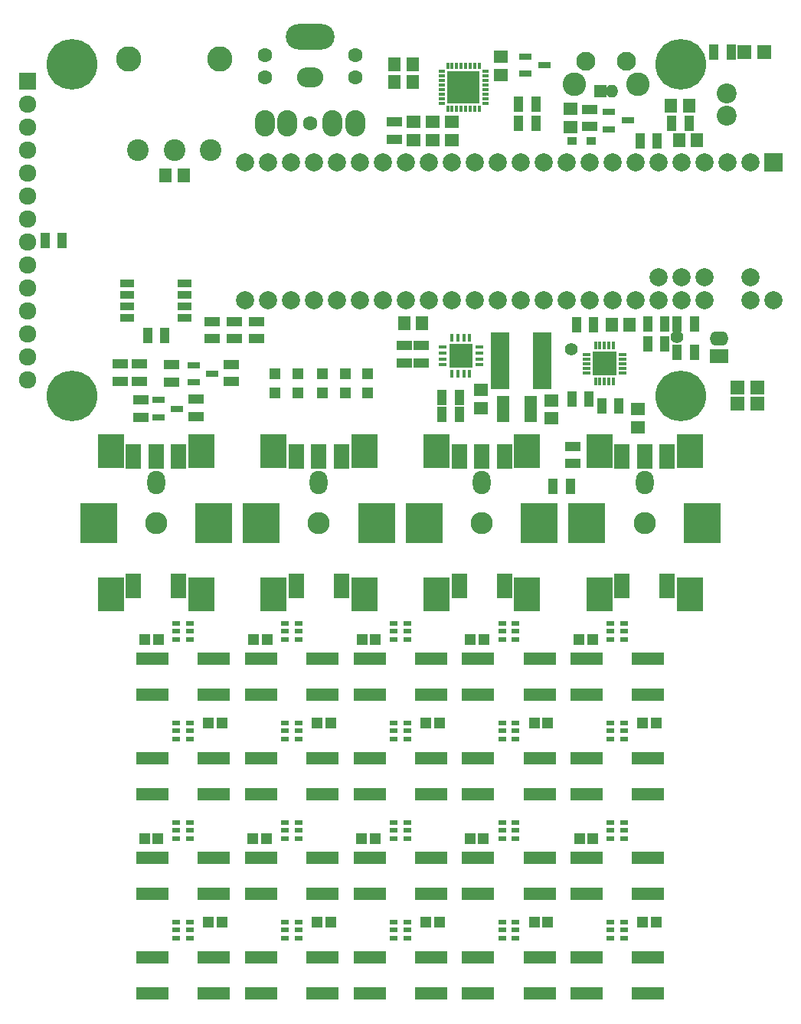
<source format=gbr>
G04 #@! TF.GenerationSoftware,KiCad,Pcbnew,(5.0.0-3-g5ebb6b6)*
G04 #@! TF.CreationDate,2018-10-18T19:01:18-06:00*
G04 #@! TF.ProjectId,teensy_beats,7465656E73795F62656174732E6B6963,rev?*
G04 #@! TF.SameCoordinates,Original*
G04 #@! TF.FileFunction,Soldermask,Top*
G04 #@! TF.FilePolarity,Negative*
%FSLAX46Y46*%
G04 Gerber Fmt 4.6, Leading zero omitted, Abs format (unit mm)*
G04 Created by KiCad (PCBNEW (5.0.0-3-g5ebb6b6)) date Thursday, October 18, 2018 at 07:01:18 PM*
%MOMM*%
%LPD*%
G01*
G04 APERTURE LIST*
%ADD10C,0.100000*%
%ADD11O,1.400000X1.400000*%
%ADD12R,1.400000X1.400000*%
%ADD13C,5.600000*%
%ADD14R,1.924000X1.924000*%
%ADD15C,1.924000*%
%ADD16C,2.000000*%
%ADD17R,2.000000X2.000000*%
%ADD18C,1.400000*%
%ADD19R,1.650000X1.400000*%
%ADD20R,1.400000X1.650000*%
%ADD21R,1.400000X2.900000*%
%ADD22R,1.100000X1.700000*%
%ADD23R,1.700000X1.100000*%
%ADD24R,1.440000X0.740000*%
%ADD25R,1.200000X1.150000*%
%ADD26O,2.100000X1.600000*%
%ADD27R,2.100000X1.600000*%
%ADD28R,1.350000X1.350000*%
%ADD29R,0.450000X0.900000*%
%ADD30R,0.900000X0.450000*%
%ADD31R,0.830000X0.400000*%
%ADD32R,0.400000X0.830000*%
%ADD33R,1.825000X1.825000*%
%ADD34R,0.800000X0.350000*%
%ADD35R,0.350000X0.800000*%
%ADD36R,2.000000X6.300000*%
%ADD37R,1.600000X1.600000*%
%ADD38O,2.900000X2.200000*%
%ADD39O,2.200000X2.900000*%
%ADD40C,1.600000*%
%ADD41O,5.400000X2.800000*%
%ADD42R,1.543000X0.908000*%
%ADD43R,4.150000X4.400000*%
%ADD44R,2.900000X3.700000*%
%ADD45R,1.700000X2.800000*%
%ADD46O,1.950000X2.600000*%
%ADD47C,2.450000*%
%ADD48R,1.000000X0.850000*%
%ADD49C,2.100000*%
%ADD50C,2.600000*%
%ADD51C,2.200000*%
%ADD52R,0.900000X0.600000*%
%ADD53C,2.800000*%
%ADD54C,2.400000*%
%ADD55R,3.600000X1.400000*%
%ADD56R,1.300000X1.200000*%
G04 APERTURE END LIST*
D10*
G04 #@! TO.C,SW5*
X119885000Y-42500000D02*
G75*
G03X119885000Y-42500000I-635000J0D01*
G01*
X126885000Y-42500000D02*
G75*
G03X126885000Y-42500000I-635000J0D01*
G01*
X125444500Y-40000000D02*
G75*
G03X125444500Y-40000000I-444500J0D01*
G01*
X120944500Y-40000000D02*
G75*
G03X120944500Y-40000000I-444500J0D01*
G01*
G04 #@! TD*
D11*
G04 #@! TO.C,J4*
X123370000Y-43250000D03*
D12*
X122100000Y-43250000D03*
G04 #@! TD*
D13*
G04 #@! TO.C,U3*
X130990000Y-40280000D03*
X130990000Y-77000000D03*
X63730000Y-77000000D03*
X63730000Y-40280000D03*
D14*
X58810000Y-42130000D03*
D15*
X58810000Y-72610000D03*
X58810000Y-70070000D03*
X58810000Y-67530000D03*
X58810000Y-64990000D03*
X58810000Y-62450000D03*
X58810000Y-59910000D03*
X58810000Y-57370000D03*
X58810000Y-54830000D03*
X58810000Y-52290000D03*
X58810000Y-49750000D03*
X58810000Y-47210000D03*
X58810000Y-44670000D03*
X58810000Y-75150000D03*
G04 #@! TD*
D16*
G04 #@! TO.C,U1*
X128510000Y-63830000D03*
X131050000Y-63830000D03*
X133590000Y-63830000D03*
X138670000Y-63830000D03*
X141210000Y-66370000D03*
X138670000Y-66370000D03*
X133590000Y-66370000D03*
X131050000Y-66370000D03*
X128510000Y-66370000D03*
X125970000Y-66370000D03*
X123430000Y-66370000D03*
X120890000Y-66370000D03*
X118350000Y-66370000D03*
X115810000Y-66370000D03*
X113270000Y-66370000D03*
X110730000Y-66370000D03*
X108190000Y-66370000D03*
X105650000Y-66370000D03*
X103110000Y-66370000D03*
D17*
X141210000Y-51130000D03*
D16*
X138670000Y-51130000D03*
X136130000Y-51130000D03*
X133590000Y-51130000D03*
X131050000Y-51130000D03*
X128510000Y-51130000D03*
X125970000Y-51130000D03*
X123430000Y-51130000D03*
X120890000Y-51130000D03*
X118350000Y-51130000D03*
X115810000Y-51130000D03*
X113270000Y-51130000D03*
X110730000Y-51130000D03*
X100570000Y-66370000D03*
X98030000Y-66370000D03*
X95490000Y-66370000D03*
X92950000Y-66370000D03*
X90410000Y-66370000D03*
X87870000Y-66370000D03*
X85330000Y-66370000D03*
X82790000Y-66370000D03*
X82790000Y-51130000D03*
X85330000Y-51130000D03*
X87870000Y-51130000D03*
X90410000Y-51130000D03*
X108190000Y-51130000D03*
X105650000Y-51130000D03*
X103110000Y-51130000D03*
X92950000Y-51130000D03*
X95490000Y-51130000D03*
X98030000Y-51130000D03*
X100570000Y-51130000D03*
G04 #@! TD*
D18*
G04 #@! TO.C,TP1*
X118875000Y-71775000D03*
G04 #@! TD*
G04 #@! TO.C,TP2*
X130600000Y-70425000D03*
G04 #@! TD*
D19*
G04 #@! TO.C,C35*
X126275000Y-78425000D03*
X126275000Y-80425000D03*
G04 #@! TD*
D20*
G04 #@! TO.C,C36*
X123350000Y-69125000D03*
X125350000Y-69125000D03*
G04 #@! TD*
D21*
G04 #@! TO.C,C22*
X114400000Y-78375000D03*
X111400000Y-78375000D03*
G04 #@! TD*
D22*
G04 #@! TO.C,R30*
X121360000Y-69130000D03*
X119460000Y-69130000D03*
G04 #@! TD*
D23*
G04 #@! TO.C,R26*
X71325000Y-79325000D03*
X71325000Y-77425000D03*
G04 #@! TD*
G04 #@! TO.C,R27*
X77450000Y-79250000D03*
X77450000Y-77350000D03*
G04 #@! TD*
G04 #@! TO.C,R28*
X74700000Y-73525000D03*
X74700000Y-75425000D03*
G04 #@! TD*
G04 #@! TO.C,R29*
X81275000Y-75375000D03*
X81275000Y-73475000D03*
G04 #@! TD*
D24*
G04 #@! TO.C,Q1*
X75325000Y-78375000D03*
X73225000Y-79325000D03*
X73225000Y-77425000D03*
G04 #@! TD*
G04 #@! TO.C,Q2*
X77125000Y-73575000D03*
X77125000Y-75475000D03*
X79225000Y-74525000D03*
G04 #@! TD*
D25*
G04 #@! TO.C,C9*
X114800000Y-113100000D03*
X116300000Y-113100000D03*
G04 #@! TD*
G04 #@! TO.C,C8*
X104300000Y-113100000D03*
X102800000Y-113100000D03*
G04 #@! TD*
G04 #@! TO.C,C7*
X90800000Y-113100000D03*
X92300000Y-113100000D03*
G04 #@! TD*
G04 #@! TO.C,C6*
X80250000Y-113100000D03*
X78750000Y-113100000D03*
G04 #@! TD*
G04 #@! TO.C,C5*
X121250000Y-103900000D03*
X119750000Y-103900000D03*
G04 #@! TD*
G04 #@! TO.C,C4*
X107750000Y-103900000D03*
X109250000Y-103900000D03*
G04 #@! TD*
G04 #@! TO.C,C3*
X97250000Y-103900000D03*
X95750000Y-103900000D03*
G04 #@! TD*
G04 #@! TO.C,C2*
X83750000Y-103900000D03*
X85250000Y-103900000D03*
G04 #@! TD*
G04 #@! TO.C,C1*
X73250000Y-103900000D03*
X71750000Y-103900000D03*
G04 #@! TD*
G04 #@! TO.C,C10*
X128300000Y-113100000D03*
X126800000Y-113100000D03*
G04 #@! TD*
G04 #@! TO.C,C11*
X73200000Y-125900000D03*
X71700000Y-125900000D03*
G04 #@! TD*
G04 #@! TO.C,C12*
X83700000Y-125900000D03*
X85200000Y-125900000D03*
G04 #@! TD*
G04 #@! TO.C,C13*
X97200000Y-125900000D03*
X95700000Y-125900000D03*
G04 #@! TD*
G04 #@! TO.C,C14*
X107700000Y-125900000D03*
X109200000Y-125900000D03*
G04 #@! TD*
D19*
G04 #@! TO.C,C21*
X108900000Y-76300000D03*
X108900000Y-78300000D03*
G04 #@! TD*
G04 #@! TO.C,C23*
X116725000Y-77450000D03*
X116725000Y-79450000D03*
G04 #@! TD*
D20*
G04 #@! TO.C,C24*
X100425000Y-68950000D03*
X102425000Y-68950000D03*
G04 #@! TD*
D19*
G04 #@! TO.C,C25*
X118780000Y-47260000D03*
X118780000Y-45260000D03*
G04 #@! TD*
G04 #@! TO.C,C26*
X101450000Y-46650000D03*
X101450000Y-48650000D03*
G04 #@! TD*
G04 #@! TO.C,C27*
X103550000Y-48650000D03*
X103550000Y-46650000D03*
G04 #@! TD*
G04 #@! TO.C,C28*
X105650000Y-46650000D03*
X105650000Y-48650000D03*
G04 #@! TD*
D20*
G04 #@! TO.C,C29*
X99350000Y-42225000D03*
X101350000Y-42225000D03*
G04 #@! TD*
G04 #@! TO.C,C30*
X101350000Y-40325000D03*
X99350000Y-40325000D03*
G04 #@! TD*
D19*
G04 #@! TO.C,C31*
X111150000Y-41500000D03*
X111150000Y-39500000D03*
G04 #@! TD*
D20*
G04 #@! TO.C,C32*
X76050000Y-52550000D03*
X74050000Y-52550000D03*
G04 #@! TD*
G04 #@! TO.C,C33*
X129940000Y-44880000D03*
X131940000Y-44880000D03*
G04 #@! TD*
G04 #@! TO.C,C34*
X132800000Y-48675000D03*
X130800000Y-48675000D03*
G04 #@! TD*
D26*
G04 #@! TO.C,J1*
X135200000Y-70600000D03*
D27*
X135200000Y-72600000D03*
G04 #@! TD*
D28*
G04 #@! TO.C,U5*
X107325000Y-73175000D03*
X107325000Y-71925000D03*
X106075000Y-73175000D03*
X106075000Y-71925000D03*
D29*
X107675000Y-74550000D03*
X107025000Y-74550000D03*
X106375000Y-74550000D03*
X105725000Y-74550000D03*
D30*
X104700000Y-73525000D03*
X104700000Y-72875000D03*
X104700000Y-72225000D03*
X104700000Y-71575000D03*
D29*
X105725000Y-70550000D03*
X106375000Y-70550000D03*
X107025000Y-70550000D03*
X107675000Y-70550000D03*
D30*
X108700000Y-71575000D03*
X108700000Y-72225000D03*
X108700000Y-72875000D03*
X108700000Y-73525000D03*
G04 #@! TD*
D28*
G04 #@! TO.C,U4*
X123197452Y-72762787D03*
X121947452Y-72762787D03*
X123197452Y-74012787D03*
X121947452Y-74012787D03*
D31*
X124537452Y-72387787D03*
X124537452Y-72887787D03*
X124537452Y-73387787D03*
X124537452Y-73887787D03*
X124537452Y-74387787D03*
D32*
X123572452Y-75352787D03*
X123072452Y-75352787D03*
X122572452Y-75352787D03*
X122072452Y-75352787D03*
X121572452Y-75352787D03*
D31*
X120607452Y-74387787D03*
X120607452Y-73887787D03*
X120607452Y-73387787D03*
X120607452Y-72887787D03*
X120607452Y-72387787D03*
D32*
X121572452Y-71422787D03*
X122072452Y-71422787D03*
X122572452Y-71422787D03*
X123072452Y-71422787D03*
X123572452Y-71422787D03*
G04 #@! TD*
D33*
G04 #@! TO.C,U7*
X107846482Y-41980364D03*
X106121482Y-41980364D03*
X107846482Y-43705364D03*
X106121482Y-43705364D03*
D34*
X109383982Y-41092864D03*
X109383982Y-41592864D03*
X109383982Y-42092864D03*
X109383982Y-42592864D03*
X109383982Y-43092864D03*
X109383982Y-43592864D03*
X109383982Y-44092864D03*
X109383982Y-44592864D03*
D35*
X108733982Y-45242864D03*
X108233982Y-45242864D03*
X107733982Y-45242864D03*
X107233982Y-45242864D03*
X106733982Y-45242864D03*
X106233982Y-45242864D03*
X105733982Y-45242864D03*
X105233982Y-45242864D03*
D34*
X104583982Y-44592864D03*
X104583982Y-44092864D03*
X104583982Y-43592864D03*
X104583982Y-43092864D03*
X104583982Y-42592864D03*
X104583982Y-42092864D03*
X104583982Y-41592864D03*
X104583982Y-41092864D03*
D35*
X105233982Y-40442864D03*
X105733982Y-40442864D03*
X106233982Y-40442864D03*
X106733982Y-40442864D03*
X107233982Y-40442864D03*
X107733982Y-40442864D03*
X108233982Y-40442864D03*
X108733982Y-40442864D03*
G04 #@! TD*
D23*
G04 #@! TO.C,L2*
X99300000Y-46700000D03*
X99300000Y-48600000D03*
G04 #@! TD*
D36*
G04 #@! TO.C,L1*
X115700000Y-73050000D03*
X111000000Y-73050000D03*
G04 #@! TD*
D37*
G04 #@! TO.C,D7*
X137250000Y-76000000D03*
X139450000Y-76000000D03*
G04 #@! TD*
D38*
G04 #@! TO.C,J2*
X90000000Y-41790000D03*
D39*
X85000000Y-46790000D03*
X95000000Y-46790000D03*
X87500000Y-46790000D03*
X92500000Y-46790000D03*
D40*
X95000000Y-41790000D03*
X95000000Y-39290000D03*
X85000000Y-39290000D03*
X85000000Y-41790000D03*
D41*
X90000000Y-37290000D03*
D40*
X90000000Y-46790000D03*
G04 #@! TD*
D42*
G04 #@! TO.C,U2*
X76175000Y-68305000D03*
X76175000Y-67035000D03*
X76175000Y-65765000D03*
X76175000Y-64495000D03*
X69825000Y-64495000D03*
X69825000Y-65765000D03*
X69825000Y-67035000D03*
X69825000Y-68305000D03*
G04 #@! TD*
D24*
G04 #@! TO.C,U6*
X115950000Y-40400000D03*
X113850000Y-41350000D03*
X113850000Y-39450000D03*
G04 #@! TD*
G04 #@! TO.C,D6*
X123025000Y-45575000D03*
X123025000Y-47475000D03*
X125125000Y-46525000D03*
G04 #@! TD*
D37*
G04 #@! TO.C,D10*
X138075000Y-38925000D03*
X140275000Y-38925000D03*
G04 #@! TD*
D22*
G04 #@! TO.C,R25*
X131910000Y-46790000D03*
X130010000Y-46790000D03*
G04 #@! TD*
D37*
G04 #@! TO.C,D9*
X137250000Y-77800000D03*
X139450000Y-77800000D03*
G04 #@! TD*
D22*
G04 #@! TO.C,R24*
X134675000Y-38950000D03*
X136575000Y-38950000D03*
G04 #@! TD*
D23*
G04 #@! TO.C,R6*
X71125000Y-75325000D03*
X71125000Y-73425000D03*
G04 #@! TD*
D22*
G04 #@! TO.C,R23*
X113070000Y-44750000D03*
X114970000Y-44750000D03*
G04 #@! TD*
D43*
G04 #@! TO.C,SW1*
X66625000Y-91000000D03*
X79375000Y-91000000D03*
D44*
X78000000Y-98900000D03*
X68000000Y-98900000D03*
X78000000Y-83100000D03*
X68000000Y-83100000D03*
D45*
X73000000Y-83700000D03*
X70500000Y-83700000D03*
X75500000Y-83700000D03*
X70500000Y-98000000D03*
X75500000Y-98000000D03*
D46*
X73000000Y-86500000D03*
D47*
X73000000Y-91000000D03*
G04 #@! TD*
D43*
G04 #@! TO.C,SW3*
X102625000Y-91000000D03*
X115375000Y-91000000D03*
D44*
X114000000Y-98900000D03*
X104000000Y-98900000D03*
X114000000Y-83100000D03*
X104000000Y-83100000D03*
D45*
X109000000Y-83700000D03*
X106500000Y-83700000D03*
X111500000Y-83700000D03*
X106500000Y-98000000D03*
X111500000Y-98000000D03*
D46*
X109000000Y-86500000D03*
D47*
X109000000Y-91000000D03*
G04 #@! TD*
D43*
G04 #@! TO.C,SW2*
X84625000Y-91000000D03*
X97375000Y-91000000D03*
D44*
X96000000Y-98900000D03*
X86000000Y-98900000D03*
X96000000Y-83100000D03*
X86000000Y-83100000D03*
D45*
X91000000Y-83700000D03*
X88500000Y-83700000D03*
X93500000Y-83700000D03*
X88500000Y-98000000D03*
X93500000Y-98000000D03*
D46*
X91000000Y-86500000D03*
D47*
X91000000Y-91000000D03*
G04 #@! TD*
D43*
G04 #@! TO.C,SW4*
X120625000Y-91000000D03*
X133375000Y-91000000D03*
D44*
X132000000Y-98900000D03*
X122000000Y-98900000D03*
X132000000Y-83100000D03*
X122000000Y-83100000D03*
D45*
X127000000Y-83700000D03*
X124500000Y-83700000D03*
X129500000Y-83700000D03*
X124500000Y-98000000D03*
X129500000Y-98000000D03*
D46*
X127000000Y-86500000D03*
D47*
X127000000Y-91000000D03*
G04 #@! TD*
D48*
G04 #@! TO.C,D8*
X119000000Y-48800000D03*
X121100000Y-48800000D03*
G04 #@! TD*
D22*
G04 #@! TO.C,R1*
X73950000Y-70300000D03*
X72050000Y-70300000D03*
G04 #@! TD*
D25*
G04 #@! TO.C,C20*
X126800000Y-135100000D03*
X128300000Y-135100000D03*
G04 #@! TD*
G04 #@! TO.C,C15*
X119800000Y-125900000D03*
X121300000Y-125900000D03*
G04 #@! TD*
G04 #@! TO.C,C16*
X78800000Y-135100000D03*
X80300000Y-135100000D03*
G04 #@! TD*
G04 #@! TO.C,C17*
X92300000Y-135100000D03*
X90800000Y-135100000D03*
G04 #@! TD*
G04 #@! TO.C,C18*
X102800000Y-135100000D03*
X104300000Y-135100000D03*
G04 #@! TD*
G04 #@! TO.C,C19*
X116300000Y-135100000D03*
X114800000Y-135100000D03*
G04 #@! TD*
D49*
G04 #@! TO.C,SW5*
X120500000Y-40000000D03*
X125000000Y-40000000D03*
D50*
X119250000Y-42500000D03*
X126250000Y-42500000D03*
G04 #@! TD*
D22*
G04 #@! TO.C,R21*
X118800000Y-86950000D03*
X116900000Y-86950000D03*
G04 #@! TD*
G04 #@! TO.C,R22*
X113080000Y-46860000D03*
X114980000Y-46860000D03*
G04 #@! TD*
D51*
G04 #@! TO.C,MK1*
X136100000Y-43500000D03*
X136100000Y-46000000D03*
G04 #@! TD*
D23*
G04 #@! TO.C,R20*
X120940000Y-47200000D03*
X120940000Y-45300000D03*
G04 #@! TD*
G04 #@! TO.C,R19*
X119050000Y-82550000D03*
X119050000Y-84450000D03*
G04 #@! TD*
D52*
G04 #@! TO.C,LED7*
X88750000Y-114900000D03*
X88750000Y-113100000D03*
X87250000Y-114900000D03*
X87250000Y-113100000D03*
X87250000Y-114000000D03*
X88750000Y-114000000D03*
G04 #@! TD*
G04 #@! TO.C,LED1*
X123250000Y-102100000D03*
X123250000Y-103900000D03*
X124750000Y-102100000D03*
X124750000Y-103900000D03*
X124750000Y-103000000D03*
X123250000Y-103000000D03*
G04 #@! TD*
G04 #@! TO.C,LED2*
X111250000Y-102100000D03*
X111250000Y-103900000D03*
X112750000Y-102100000D03*
X112750000Y-103900000D03*
X112750000Y-103000000D03*
X111250000Y-103000000D03*
G04 #@! TD*
G04 #@! TO.C,LED20*
X124750000Y-136900000D03*
X124750000Y-135100000D03*
X123250000Y-136900000D03*
X123250000Y-135100000D03*
X123250000Y-136000000D03*
X124750000Y-136000000D03*
G04 #@! TD*
G04 #@! TO.C,LED19*
X112750000Y-136900000D03*
X112750000Y-135100000D03*
X111250000Y-136900000D03*
X111250000Y-135100000D03*
X111250000Y-136000000D03*
X112750000Y-136000000D03*
G04 #@! TD*
G04 #@! TO.C,LED18*
X100750000Y-136900000D03*
X100750000Y-135100000D03*
X99250000Y-136900000D03*
X99250000Y-135100000D03*
X99250000Y-136000000D03*
X100750000Y-136000000D03*
G04 #@! TD*
G04 #@! TO.C,LED17*
X88750000Y-136900000D03*
X88750000Y-135100000D03*
X87250000Y-136900000D03*
X87250000Y-135100000D03*
X87250000Y-136000000D03*
X88750000Y-136000000D03*
G04 #@! TD*
G04 #@! TO.C,LED16*
X76750000Y-136900000D03*
X76750000Y-135100000D03*
X75250000Y-136900000D03*
X75250000Y-135100000D03*
X75250000Y-136000000D03*
X76750000Y-136000000D03*
G04 #@! TD*
G04 #@! TO.C,LED15*
X75250000Y-124100000D03*
X75250000Y-125900000D03*
X76750000Y-124100000D03*
X76750000Y-125900000D03*
X76750000Y-125000000D03*
X75250000Y-125000000D03*
G04 #@! TD*
G04 #@! TO.C,LED14*
X87250000Y-124100000D03*
X87250000Y-125900000D03*
X88750000Y-124100000D03*
X88750000Y-125900000D03*
X88750000Y-125000000D03*
X87250000Y-125000000D03*
G04 #@! TD*
G04 #@! TO.C,LED13*
X99250000Y-124100000D03*
X99250000Y-125900000D03*
X100750000Y-124100000D03*
X100750000Y-125900000D03*
X100750000Y-125000000D03*
X99250000Y-125000000D03*
G04 #@! TD*
G04 #@! TO.C,LED12*
X111250000Y-124100000D03*
X111250000Y-125900000D03*
X112750000Y-124100000D03*
X112750000Y-125900000D03*
X112750000Y-125000000D03*
X111250000Y-125000000D03*
G04 #@! TD*
G04 #@! TO.C,LED11*
X123250000Y-124100000D03*
X123250000Y-125900000D03*
X124750000Y-124100000D03*
X124750000Y-125900000D03*
X124750000Y-125000000D03*
X123250000Y-125000000D03*
G04 #@! TD*
G04 #@! TO.C,LED10*
X124750000Y-114900000D03*
X124750000Y-113100000D03*
X123250000Y-114900000D03*
X123250000Y-113100000D03*
X123250000Y-114000000D03*
X124750000Y-114000000D03*
G04 #@! TD*
G04 #@! TO.C,LED9*
X112750000Y-114900000D03*
X112750000Y-113100000D03*
X111250000Y-114900000D03*
X111250000Y-113100000D03*
X111250000Y-114000000D03*
X112750000Y-114000000D03*
G04 #@! TD*
G04 #@! TO.C,LED8*
X100750000Y-114900000D03*
X100750000Y-113100000D03*
X99250000Y-114900000D03*
X99250000Y-113100000D03*
X99250000Y-114000000D03*
X100750000Y-114000000D03*
G04 #@! TD*
G04 #@! TO.C,LED6*
X76750000Y-114900000D03*
X76750000Y-113100000D03*
X75250000Y-114900000D03*
X75250000Y-113100000D03*
X75250000Y-114000000D03*
X76750000Y-114000000D03*
G04 #@! TD*
G04 #@! TO.C,LED5*
X75250000Y-102100000D03*
X75250000Y-103900000D03*
X76750000Y-102100000D03*
X76750000Y-103900000D03*
X76750000Y-103000000D03*
X75250000Y-103000000D03*
G04 #@! TD*
G04 #@! TO.C,LED4*
X87250000Y-102100000D03*
X87250000Y-103900000D03*
X88750000Y-102100000D03*
X88750000Y-103900000D03*
X88750000Y-103000000D03*
X87250000Y-103000000D03*
G04 #@! TD*
G04 #@! TO.C,LED3*
X99250000Y-102100000D03*
X99250000Y-103900000D03*
X100750000Y-102100000D03*
X100750000Y-103900000D03*
X100750000Y-103000000D03*
X99250000Y-103000000D03*
G04 #@! TD*
D23*
G04 #@! TO.C,R15*
X102325000Y-71400000D03*
X102325000Y-73300000D03*
G04 #@! TD*
D22*
G04 #@! TO.C,R16*
X129250000Y-71250000D03*
X127350000Y-71250000D03*
G04 #@! TD*
G04 #@! TO.C,R17*
X130600000Y-72175000D03*
X132500000Y-72175000D03*
G04 #@! TD*
G04 #@! TO.C,R18*
X128400000Y-48750000D03*
X126500000Y-48750000D03*
G04 #@! TD*
G04 #@! TO.C,R14*
X106500000Y-79000000D03*
X104600000Y-79000000D03*
G04 #@! TD*
D53*
G04 #@! TO.C,RV1*
X80000000Y-39750000D03*
X70000000Y-39750000D03*
D54*
X71000000Y-49750000D03*
X75000000Y-49750000D03*
X79000000Y-49750000D03*
G04 #@! TD*
D55*
G04 #@! TO.C,S20*
X127400000Y-139000000D03*
X120600000Y-139000000D03*
X120600000Y-143000000D03*
X127400000Y-143000000D03*
G04 #@! TD*
G04 #@! TO.C,S19*
X115400000Y-143000000D03*
X108600000Y-143000000D03*
X108600000Y-139000000D03*
X115400000Y-139000000D03*
G04 #@! TD*
G04 #@! TO.C,S18*
X103400000Y-139000000D03*
X96600000Y-139000000D03*
X96600000Y-143000000D03*
X103400000Y-143000000D03*
G04 #@! TD*
G04 #@! TO.C,S17*
X91400000Y-143000000D03*
X84600000Y-143000000D03*
X84600000Y-139000000D03*
X91400000Y-139000000D03*
G04 #@! TD*
D56*
G04 #@! TO.C,D5*
X96400000Y-74550000D03*
X96400000Y-76650000D03*
G04 #@! TD*
D23*
G04 #@! TO.C,R13*
X100400000Y-73300000D03*
X100400000Y-71400000D03*
G04 #@! TD*
D55*
G04 #@! TO.C,S5*
X127400000Y-106000000D03*
X120600000Y-106000000D03*
X120600000Y-110000000D03*
X127400000Y-110000000D03*
G04 #@! TD*
D22*
G04 #@! TO.C,R9*
X130600000Y-69050000D03*
X132500000Y-69050000D03*
G04 #@! TD*
G04 #@! TO.C,R10*
X106500000Y-77100000D03*
X104600000Y-77100000D03*
G04 #@! TD*
G04 #@! TO.C,R11*
X122275000Y-78100000D03*
X124175000Y-78100000D03*
G04 #@! TD*
G04 #@! TO.C,R12*
X120850000Y-77325000D03*
X118950000Y-77325000D03*
G04 #@! TD*
D23*
G04 #@! TO.C,R5*
X79175000Y-70625000D03*
X79175000Y-68725000D03*
G04 #@! TD*
G04 #@! TO.C,R7*
X69000000Y-75325000D03*
X69000000Y-73425000D03*
G04 #@! TD*
D22*
G04 #@! TO.C,R8*
X127350000Y-69050000D03*
X129250000Y-69050000D03*
G04 #@! TD*
D23*
G04 #@! TO.C,R4*
X81625000Y-70625000D03*
X81625000Y-68725000D03*
G04 #@! TD*
G04 #@! TO.C,R3*
X84075000Y-70625000D03*
X84075000Y-68725000D03*
G04 #@! TD*
D22*
G04 #@! TO.C,R2*
X62600000Y-59800000D03*
X60700000Y-59800000D03*
G04 #@! TD*
D56*
G04 #@! TO.C,D1*
X86150000Y-76650000D03*
X86150000Y-74550000D03*
G04 #@! TD*
D55*
G04 #@! TO.C,S16*
X79400000Y-139000000D03*
X72600000Y-139000000D03*
X72600000Y-143000000D03*
X79400000Y-143000000D03*
G04 #@! TD*
G04 #@! TO.C,S15*
X127400000Y-128000000D03*
X120600000Y-128000000D03*
X120600000Y-132000000D03*
X127400000Y-132000000D03*
G04 #@! TD*
G04 #@! TO.C,S14*
X115400000Y-128000000D03*
X108600000Y-128000000D03*
X108600000Y-132000000D03*
X115400000Y-132000000D03*
G04 #@! TD*
G04 #@! TO.C,S13*
X103400000Y-128000000D03*
X96600000Y-128000000D03*
X96600000Y-132000000D03*
X103400000Y-132000000D03*
G04 #@! TD*
G04 #@! TO.C,S12*
X91400000Y-128000000D03*
X84600000Y-128000000D03*
X84600000Y-132000000D03*
X91400000Y-132000000D03*
G04 #@! TD*
G04 #@! TO.C,S11*
X79400000Y-128000000D03*
X72600000Y-128000000D03*
X72600000Y-132000000D03*
X79400000Y-132000000D03*
G04 #@! TD*
G04 #@! TO.C,S10*
X127400000Y-117000000D03*
X120600000Y-117000000D03*
X120600000Y-121000000D03*
X127400000Y-121000000D03*
G04 #@! TD*
G04 #@! TO.C,S9*
X115400000Y-117000000D03*
X108600000Y-117000000D03*
X108600000Y-121000000D03*
X115400000Y-121000000D03*
G04 #@! TD*
G04 #@! TO.C,S8*
X103400000Y-117000000D03*
X96600000Y-117000000D03*
X96600000Y-121000000D03*
X103400000Y-121000000D03*
G04 #@! TD*
G04 #@! TO.C,S7*
X91400000Y-117000000D03*
X84600000Y-117000000D03*
X84600000Y-121000000D03*
X91400000Y-121000000D03*
G04 #@! TD*
G04 #@! TO.C,S6*
X79400000Y-117000000D03*
X72600000Y-117000000D03*
X72600000Y-121000000D03*
X79400000Y-121000000D03*
G04 #@! TD*
G04 #@! TO.C,S4*
X115400000Y-106000000D03*
X108600000Y-106000000D03*
X108600000Y-110000000D03*
X115400000Y-110000000D03*
G04 #@! TD*
G04 #@! TO.C,S3*
X103400000Y-106000000D03*
X96600000Y-106000000D03*
X96600000Y-110000000D03*
X103400000Y-110000000D03*
G04 #@! TD*
G04 #@! TO.C,S2*
X91400000Y-106000000D03*
X84600000Y-106000000D03*
X84600000Y-110000000D03*
X91400000Y-110000000D03*
G04 #@! TD*
G04 #@! TO.C,S1*
X79400000Y-106000000D03*
X72600000Y-106000000D03*
X72600000Y-110000000D03*
X79400000Y-110000000D03*
G04 #@! TD*
D56*
G04 #@! TO.C,D4*
X93900000Y-76650000D03*
X93900000Y-74550000D03*
G04 #@! TD*
G04 #@! TO.C,D3*
X91400000Y-76650000D03*
X91400000Y-74550000D03*
G04 #@! TD*
G04 #@! TO.C,D2*
X88650000Y-76650000D03*
X88650000Y-74550000D03*
G04 #@! TD*
M02*

</source>
